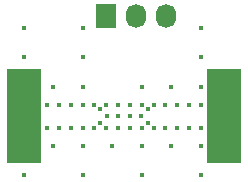
<source format=gbl>
G04 #@! TF.FileFunction,Copper,L4,Bot,Signal*
%FSLAX46Y46*%
G04 Gerber Fmt 4.6, Leading zero omitted, Abs format (unit mm)*
G04 Created by KiCad (PCBNEW 4.0.4-stable) date Thu Oct 20 22:10:56 2016*
%MOMM*%
%LPD*%
G01*
G04 APERTURE LIST*
%ADD10C,0.100000*%
%ADD11C,0.381000*%
%ADD12R,1.727200X2.032000*%
%ADD13O,1.727200X2.032000*%
%ADD14R,3.000000X8.000000*%
G04 APERTURE END LIST*
D10*
D11*
X148000000Y-106000000D03*
X148000000Y-104000000D03*
X144000000Y-106000000D03*
X146500000Y-105600000D03*
X146500000Y-104400000D03*
X150500000Y-104400000D03*
X150500000Y-105600000D03*
X149900000Y-105000000D03*
X147100000Y-105000000D03*
X155000000Y-110000000D03*
X150000000Y-110000000D03*
X145000000Y-110000000D03*
X140000000Y-110000000D03*
X140000000Y-100000000D03*
X145000000Y-100000000D03*
X155000000Y-100000000D03*
X155000000Y-97500000D03*
X145000000Y-97500000D03*
X140000000Y-97500000D03*
X140000000Y-102500000D03*
X140000000Y-107500000D03*
X142500000Y-107500000D03*
X142500000Y-102500000D03*
X147500000Y-107500000D03*
X145000000Y-107500000D03*
X145000000Y-102500000D03*
X150000000Y-102500000D03*
X150000000Y-107500000D03*
X152500000Y-107500000D03*
X152500000Y-102500000D03*
X155000000Y-102500000D03*
X155000000Y-107500000D03*
X158000000Y-106000000D03*
X157000000Y-106000000D03*
X156000000Y-106000000D03*
X155000000Y-106000000D03*
X154000000Y-106000000D03*
X153000000Y-106000000D03*
X152000000Y-106000000D03*
X151000000Y-106000000D03*
X150000000Y-106000000D03*
X149000000Y-106000000D03*
X149000000Y-105000000D03*
X149000000Y-104000000D03*
X150000000Y-104000000D03*
X151000000Y-104000000D03*
X152000000Y-104000000D03*
X153000000Y-104000000D03*
X154000000Y-104000000D03*
X155000000Y-104000000D03*
X156000000Y-104000000D03*
X157000000Y-104000000D03*
X158000000Y-104000000D03*
X139000000Y-104000000D03*
X139000000Y-106000000D03*
X140000000Y-106000000D03*
X141000000Y-106000000D03*
X142000000Y-106000000D03*
X143000000Y-106000000D03*
X145000000Y-106000000D03*
X146000000Y-106000000D03*
X147000000Y-106000000D03*
X148000000Y-105000000D03*
X147000000Y-104000000D03*
X146000000Y-104000000D03*
X145000000Y-104000000D03*
X144000000Y-104000000D03*
X143000000Y-104000000D03*
X142000000Y-104000000D03*
X141000000Y-104000000D03*
X140000000Y-104000000D03*
D12*
X146960000Y-96500000D03*
D13*
X149500000Y-96500000D03*
X152040000Y-96500000D03*
D14*
X140000000Y-105000000D03*
X157000000Y-105000000D03*
M02*

</source>
